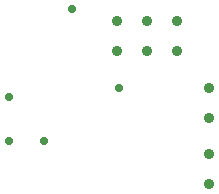
<source format=gbr>
G04 Layer_Color=0*
%FSLAX26Y26*%
%MOIN*%
%TF.FileFunction,Plated,1,2,PTH,Drill*%
%TF.Part,Single*%
G01*
G75*
%TA.AperFunction,ComponentDrill*%
%ADD21C,0.035433*%
%ADD22C,0.035433*%
%TA.AperFunction,ViaDrill,NotFilled*%
%ADD23C,0.028000*%
D21*
X1660000Y1610000D02*
D03*
Y1510000D02*
D03*
X1560000Y1610000D02*
D03*
Y1510000D02*
D03*
X1460000Y1610000D02*
D03*
Y1510000D02*
D03*
D22*
X1765000Y1066260D02*
D03*
Y1166260D02*
D03*
Y1385000D02*
D03*
Y1285000D02*
D03*
D23*
X1100000Y1355000D02*
D03*
Y1210000D02*
D03*
X1310000Y1650000D02*
D03*
X1215000Y1210000D02*
D03*
X1465000Y1386693D02*
D03*
%TF.MD5,E5354D9C45A4A49B236BE9E1AA49C9E7*%
M02*

</source>
